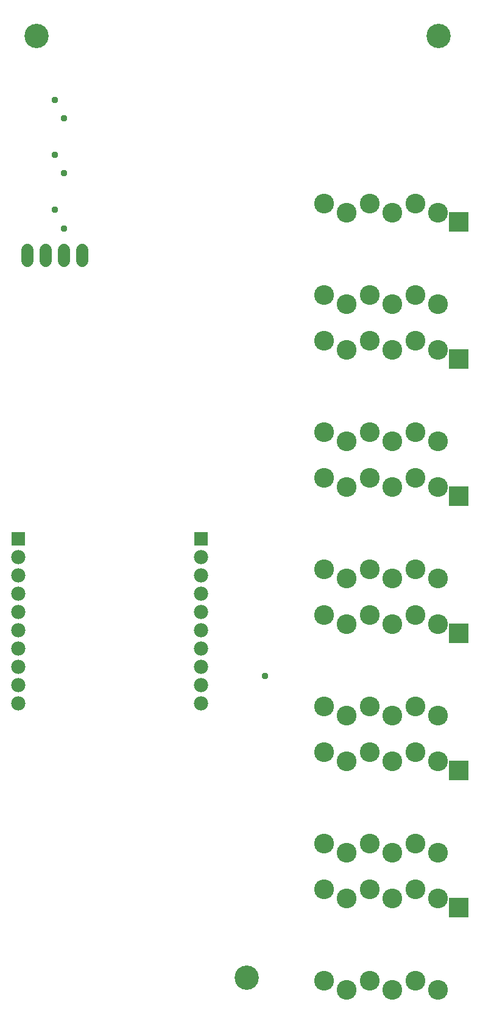
<source format=gbr>
G04 EAGLE Gerber RS-274X export*
G75*
%MOMM*%
%FSLAX34Y34*%
%LPD*%
%INSoldermask Bottom*%
%IPPOS*%
%AMOC8*
5,1,8,0,0,1.08239X$1,22.5*%
G01*
G04 Define Apertures*
%ADD10C,3.378200*%
%ADD11C,1.727200*%
%ADD12R,2.743200X2.743200*%
%ADD13C,2.743200*%
%ADD14R,1.981200X1.981200*%
%ADD15C,1.981200*%
%ADD16C,0.959600*%
D10*
X50800Y1358900D03*
X609600Y1358900D03*
X342900Y50800D03*
D11*
X38100Y1046480D02*
X38100Y1061720D01*
X63500Y1061720D02*
X63500Y1046480D01*
X88900Y1046480D02*
X88900Y1061720D01*
X114300Y1061720D02*
X114300Y1046480D01*
D12*
X637340Y148590D03*
D13*
X608638Y161290D03*
X576888Y173990D03*
X545138Y161290D03*
X513388Y173990D03*
X481638Y161290D03*
X449888Y173990D03*
X608638Y34290D03*
X576888Y46990D03*
X545138Y34290D03*
X513388Y46990D03*
X481638Y34290D03*
X449888Y46990D03*
D12*
X637340Y339090D03*
D13*
X608638Y351790D03*
X576888Y364490D03*
X545138Y351790D03*
X513388Y364490D03*
X481638Y351790D03*
X449888Y364490D03*
X608638Y224790D03*
X576888Y237490D03*
X545138Y224790D03*
X513388Y237490D03*
X481638Y224790D03*
X449888Y237490D03*
D12*
X637340Y529590D03*
D13*
X608638Y542290D03*
X576888Y554990D03*
X545138Y542290D03*
X513388Y554990D03*
X481638Y542290D03*
X449888Y554990D03*
X608638Y415290D03*
X576888Y427990D03*
X545138Y415290D03*
X513388Y427990D03*
X481638Y415290D03*
X449888Y427990D03*
D12*
X637340Y720090D03*
D13*
X608638Y732790D03*
X576888Y745490D03*
X545138Y732790D03*
X513388Y745490D03*
X481638Y732790D03*
X449888Y745490D03*
X608638Y605790D03*
X576888Y618490D03*
X545138Y605790D03*
X513388Y618490D03*
X481638Y605790D03*
X449888Y618490D03*
D12*
X637340Y910590D03*
D13*
X608638Y923290D03*
X576888Y935990D03*
X545138Y923290D03*
X513388Y935990D03*
X481638Y923290D03*
X449888Y935990D03*
X608638Y796290D03*
X576888Y808990D03*
X545138Y796290D03*
X513388Y808990D03*
X481638Y796290D03*
X449888Y808990D03*
D12*
X637340Y1101090D03*
D13*
X608638Y1113790D03*
X576888Y1126490D03*
X545138Y1113790D03*
X513388Y1126490D03*
X481638Y1113790D03*
X449888Y1126490D03*
X608638Y986790D03*
X576888Y999490D03*
X545138Y986790D03*
X513388Y999490D03*
X481638Y986790D03*
X449888Y999490D03*
D14*
X25400Y660400D03*
D15*
X25400Y635000D03*
X25400Y609600D03*
X25400Y584200D03*
X25400Y558800D03*
X25400Y533400D03*
X25400Y508000D03*
X25400Y482600D03*
X25400Y457200D03*
X25400Y431800D03*
D14*
X279400Y660400D03*
D15*
X279400Y635000D03*
X279400Y609600D03*
X279400Y584200D03*
X279400Y558800D03*
X279400Y533400D03*
X279400Y508000D03*
X279400Y482600D03*
X279400Y457200D03*
X279400Y431800D03*
D16*
X76200Y1270000D03*
X76200Y1193800D03*
X76200Y1117600D03*
X88900Y1244600D03*
X88900Y1168400D03*
X88900Y1091184D03*
X368300Y469900D03*
M02*

</source>
